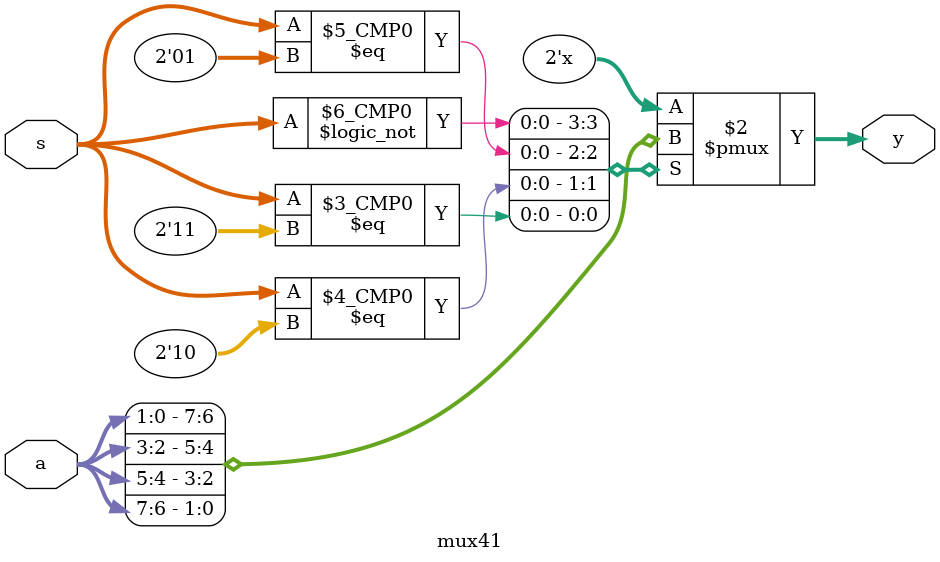
<source format=v>
module mux41(a,s,y);
  input  [7:0] a;  // 声明一个wire型输入变量a，其变量宽度是4位的。
  input  [1:0] s;  // 声明一个wire型输入变量s，其变量宽度是2位的。
  output reg [1:0] y;   // 声明一个1位reg型的输出变量y。

  always @ (s or a)
    case (s)
      0: y = a[1:0];
      1: y = a[3:2];
      2: y = a[5:4];
      3: y = a[7:6];
      default: y = 2'b0;
    endcase

endmodule

</source>
